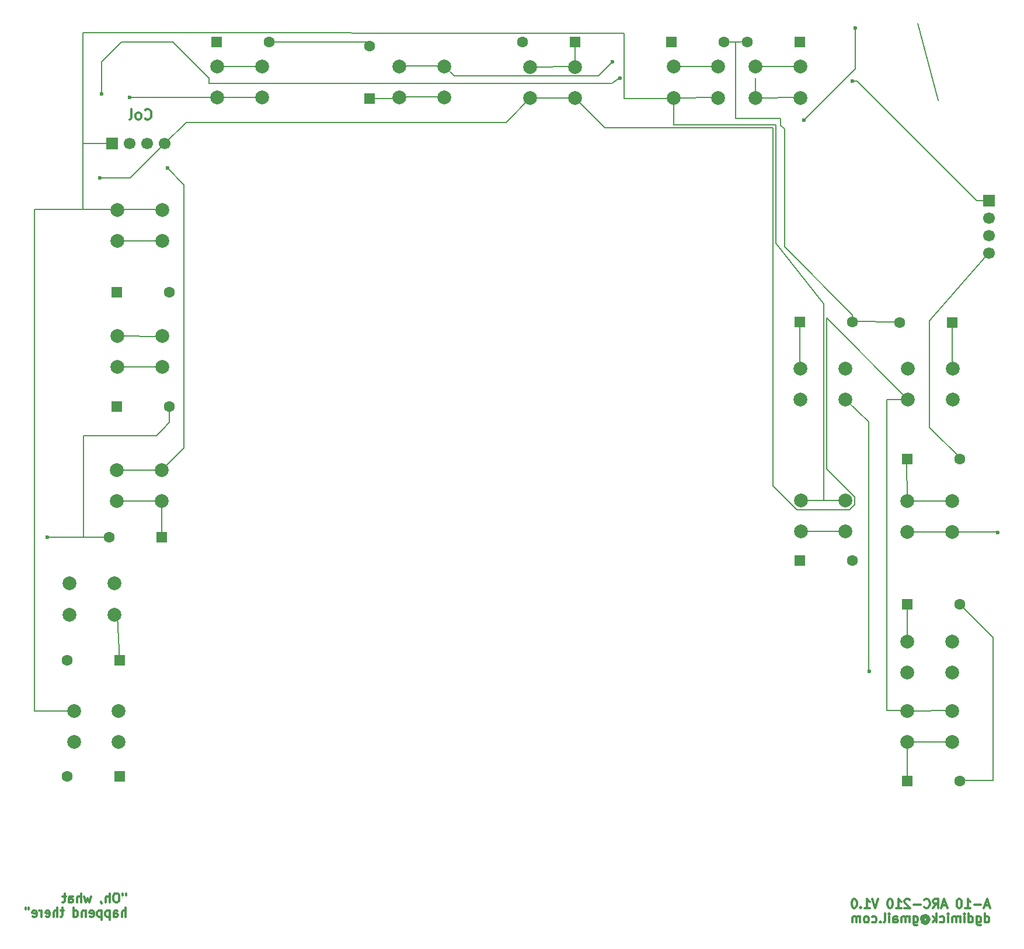
<source format=gbr>
%TF.GenerationSoftware,KiCad,Pcbnew,9.0.3*%
%TF.CreationDate,2025-07-23T10:01:10-06:00*%
%TF.ProjectId,ARC-210-Master-Board,4152432d-3231-4302-9d4d-61737465722d,rev?*%
%TF.SameCoordinates,Original*%
%TF.FileFunction,Copper,L2,Bot*%
%TF.FilePolarity,Positive*%
%FSLAX46Y46*%
G04 Gerber Fmt 4.6, Leading zero omitted, Abs format (unit mm)*
G04 Created by KiCad (PCBNEW 9.0.3) date 2025-07-23 10:01:10*
%MOMM*%
%LPD*%
G01*
G04 APERTURE LIST*
G04 Aperture macros list*
%AMRoundRect*
0 Rectangle with rounded corners*
0 $1 Rounding radius*
0 $2 $3 $4 $5 $6 $7 $8 $9 X,Y pos of 4 corners*
0 Add a 4 corners polygon primitive as box body*
4,1,4,$2,$3,$4,$5,$6,$7,$8,$9,$2,$3,0*
0 Add four circle primitives for the rounded corners*
1,1,$1+$1,$2,$3*
1,1,$1+$1,$4,$5*
1,1,$1+$1,$6,$7*
1,1,$1+$1,$8,$9*
0 Add four rect primitives between the rounded corners*
20,1,$1+$1,$2,$3,$4,$5,0*
20,1,$1+$1,$4,$5,$6,$7,0*
20,1,$1+$1,$6,$7,$8,$9,0*
20,1,$1+$1,$8,$9,$2,$3,0*%
G04 Aperture macros list end*
%ADD10C,0.300000*%
%TA.AperFunction,NonConductor*%
%ADD11C,0.300000*%
%TD*%
%TA.AperFunction,Conductor*%
%ADD12C,0.200000*%
%TD*%
%TA.AperFunction,NonConductor*%
%ADD13C,0.200000*%
%TD*%
%TA.AperFunction,ComponentPad*%
%ADD14C,2.000000*%
%TD*%
%TA.AperFunction,ComponentPad*%
%ADD15RoundRect,0.250000X-0.550000X-0.550000X0.550000X-0.550000X0.550000X0.550000X-0.550000X0.550000X0*%
%TD*%
%TA.AperFunction,ComponentPad*%
%ADD16C,1.600000*%
%TD*%
%TA.AperFunction,ComponentPad*%
%ADD17R,1.700000X1.700000*%
%TD*%
%TA.AperFunction,ComponentPad*%
%ADD18C,1.700000*%
%TD*%
%TA.AperFunction,ComponentPad*%
%ADD19RoundRect,0.250000X0.550000X0.550000X-0.550000X0.550000X-0.550000X-0.550000X0.550000X-0.550000X0*%
%TD*%
%TA.AperFunction,ComponentPad*%
%ADD20RoundRect,0.250000X0.550000X-0.550000X0.550000X0.550000X-0.550000X0.550000X-0.550000X-0.550000X0*%
%TD*%
%TA.AperFunction,ViaPad*%
%ADD21C,0.600000*%
%TD*%
G04 APERTURE END LIST*
D10*
D11*
X89055012Y-155152377D02*
X89055012Y-155399996D01*
X88559774Y-155152377D02*
X88559774Y-155399996D01*
X87755013Y-155152377D02*
X87507394Y-155152377D01*
X87507394Y-155152377D02*
X87383584Y-155214282D01*
X87383584Y-155214282D02*
X87259775Y-155338092D01*
X87259775Y-155338092D02*
X87197870Y-155585711D01*
X87197870Y-155585711D02*
X87197870Y-156019044D01*
X87197870Y-156019044D02*
X87259775Y-156266663D01*
X87259775Y-156266663D02*
X87383584Y-156390473D01*
X87383584Y-156390473D02*
X87507394Y-156452377D01*
X87507394Y-156452377D02*
X87755013Y-156452377D01*
X87755013Y-156452377D02*
X87878822Y-156390473D01*
X87878822Y-156390473D02*
X88002632Y-156266663D01*
X88002632Y-156266663D02*
X88064536Y-156019044D01*
X88064536Y-156019044D02*
X88064536Y-155585711D01*
X88064536Y-155585711D02*
X88002632Y-155338092D01*
X88002632Y-155338092D02*
X87878822Y-155214282D01*
X87878822Y-155214282D02*
X87755013Y-155152377D01*
X86640727Y-156452377D02*
X86640727Y-155152377D01*
X86083584Y-156452377D02*
X86083584Y-155771425D01*
X86083584Y-155771425D02*
X86145489Y-155647615D01*
X86145489Y-155647615D02*
X86269298Y-155585711D01*
X86269298Y-155585711D02*
X86455012Y-155585711D01*
X86455012Y-155585711D02*
X86578822Y-155647615D01*
X86578822Y-155647615D02*
X86640727Y-155709520D01*
X85402632Y-156390473D02*
X85402632Y-156452377D01*
X85402632Y-156452377D02*
X85464537Y-156576187D01*
X85464537Y-156576187D02*
X85526441Y-156638092D01*
X83978822Y-155585711D02*
X83731203Y-156452377D01*
X83731203Y-156452377D02*
X83483584Y-155833330D01*
X83483584Y-155833330D02*
X83235965Y-156452377D01*
X83235965Y-156452377D02*
X82988346Y-155585711D01*
X82493108Y-156452377D02*
X82493108Y-155152377D01*
X81935965Y-156452377D02*
X81935965Y-155771425D01*
X81935965Y-155771425D02*
X81997870Y-155647615D01*
X81997870Y-155647615D02*
X82121679Y-155585711D01*
X82121679Y-155585711D02*
X82307393Y-155585711D01*
X82307393Y-155585711D02*
X82431203Y-155647615D01*
X82431203Y-155647615D02*
X82493108Y-155709520D01*
X80759775Y-156452377D02*
X80759775Y-155771425D01*
X80759775Y-155771425D02*
X80821680Y-155647615D01*
X80821680Y-155647615D02*
X80945489Y-155585711D01*
X80945489Y-155585711D02*
X81193108Y-155585711D01*
X81193108Y-155585711D02*
X81316918Y-155647615D01*
X80759775Y-156390473D02*
X80883584Y-156452377D01*
X80883584Y-156452377D02*
X81193108Y-156452377D01*
X81193108Y-156452377D02*
X81316918Y-156390473D01*
X81316918Y-156390473D02*
X81378822Y-156266663D01*
X81378822Y-156266663D02*
X81378822Y-156142853D01*
X81378822Y-156142853D02*
X81316918Y-156019044D01*
X81316918Y-156019044D02*
X81193108Y-155957139D01*
X81193108Y-155957139D02*
X80883584Y-155957139D01*
X80883584Y-155957139D02*
X80759775Y-155895234D01*
X80326442Y-155585711D02*
X79831204Y-155585711D01*
X80140728Y-155152377D02*
X80140728Y-156266663D01*
X80140728Y-156266663D02*
X80078823Y-156390473D01*
X80078823Y-156390473D02*
X79955013Y-156452377D01*
X79955013Y-156452377D02*
X79831204Y-156452377D01*
X88993108Y-158545304D02*
X88993108Y-157245304D01*
X88435965Y-158545304D02*
X88435965Y-157864352D01*
X88435965Y-157864352D02*
X88497870Y-157740542D01*
X88497870Y-157740542D02*
X88621679Y-157678638D01*
X88621679Y-157678638D02*
X88807393Y-157678638D01*
X88807393Y-157678638D02*
X88931203Y-157740542D01*
X88931203Y-157740542D02*
X88993108Y-157802447D01*
X87259775Y-158545304D02*
X87259775Y-157864352D01*
X87259775Y-157864352D02*
X87321680Y-157740542D01*
X87321680Y-157740542D02*
X87445489Y-157678638D01*
X87445489Y-157678638D02*
X87693108Y-157678638D01*
X87693108Y-157678638D02*
X87816918Y-157740542D01*
X87259775Y-158483400D02*
X87383584Y-158545304D01*
X87383584Y-158545304D02*
X87693108Y-158545304D01*
X87693108Y-158545304D02*
X87816918Y-158483400D01*
X87816918Y-158483400D02*
X87878822Y-158359590D01*
X87878822Y-158359590D02*
X87878822Y-158235780D01*
X87878822Y-158235780D02*
X87816918Y-158111971D01*
X87816918Y-158111971D02*
X87693108Y-158050066D01*
X87693108Y-158050066D02*
X87383584Y-158050066D01*
X87383584Y-158050066D02*
X87259775Y-157988161D01*
X86640728Y-157678638D02*
X86640728Y-158978638D01*
X86640728Y-157740542D02*
X86516918Y-157678638D01*
X86516918Y-157678638D02*
X86269299Y-157678638D01*
X86269299Y-157678638D02*
X86145490Y-157740542D01*
X86145490Y-157740542D02*
X86083585Y-157802447D01*
X86083585Y-157802447D02*
X86021680Y-157926257D01*
X86021680Y-157926257D02*
X86021680Y-158297685D01*
X86021680Y-158297685D02*
X86083585Y-158421495D01*
X86083585Y-158421495D02*
X86145490Y-158483400D01*
X86145490Y-158483400D02*
X86269299Y-158545304D01*
X86269299Y-158545304D02*
X86516918Y-158545304D01*
X86516918Y-158545304D02*
X86640728Y-158483400D01*
X85464538Y-157678638D02*
X85464538Y-158978638D01*
X85464538Y-157740542D02*
X85340728Y-157678638D01*
X85340728Y-157678638D02*
X85093109Y-157678638D01*
X85093109Y-157678638D02*
X84969300Y-157740542D01*
X84969300Y-157740542D02*
X84907395Y-157802447D01*
X84907395Y-157802447D02*
X84845490Y-157926257D01*
X84845490Y-157926257D02*
X84845490Y-158297685D01*
X84845490Y-158297685D02*
X84907395Y-158421495D01*
X84907395Y-158421495D02*
X84969300Y-158483400D01*
X84969300Y-158483400D02*
X85093109Y-158545304D01*
X85093109Y-158545304D02*
X85340728Y-158545304D01*
X85340728Y-158545304D02*
X85464538Y-158483400D01*
X83793110Y-158483400D02*
X83916919Y-158545304D01*
X83916919Y-158545304D02*
X84164538Y-158545304D01*
X84164538Y-158545304D02*
X84288348Y-158483400D01*
X84288348Y-158483400D02*
X84350252Y-158359590D01*
X84350252Y-158359590D02*
X84350252Y-157864352D01*
X84350252Y-157864352D02*
X84288348Y-157740542D01*
X84288348Y-157740542D02*
X84164538Y-157678638D01*
X84164538Y-157678638D02*
X83916919Y-157678638D01*
X83916919Y-157678638D02*
X83793110Y-157740542D01*
X83793110Y-157740542D02*
X83731205Y-157864352D01*
X83731205Y-157864352D02*
X83731205Y-157988161D01*
X83731205Y-157988161D02*
X84350252Y-158111971D01*
X83174062Y-157678638D02*
X83174062Y-158545304D01*
X83174062Y-157802447D02*
X83112157Y-157740542D01*
X83112157Y-157740542D02*
X82988347Y-157678638D01*
X82988347Y-157678638D02*
X82802633Y-157678638D01*
X82802633Y-157678638D02*
X82678824Y-157740542D01*
X82678824Y-157740542D02*
X82616919Y-157864352D01*
X82616919Y-157864352D02*
X82616919Y-158545304D01*
X81440729Y-158545304D02*
X81440729Y-157245304D01*
X81440729Y-158483400D02*
X81564538Y-158545304D01*
X81564538Y-158545304D02*
X81812157Y-158545304D01*
X81812157Y-158545304D02*
X81935967Y-158483400D01*
X81935967Y-158483400D02*
X81997872Y-158421495D01*
X81997872Y-158421495D02*
X82059776Y-158297685D01*
X82059776Y-158297685D02*
X82059776Y-157926257D01*
X82059776Y-157926257D02*
X81997872Y-157802447D01*
X81997872Y-157802447D02*
X81935967Y-157740542D01*
X81935967Y-157740542D02*
X81812157Y-157678638D01*
X81812157Y-157678638D02*
X81564538Y-157678638D01*
X81564538Y-157678638D02*
X81440729Y-157740542D01*
X80016920Y-157678638D02*
X79521682Y-157678638D01*
X79831206Y-157245304D02*
X79831206Y-158359590D01*
X79831206Y-158359590D02*
X79769301Y-158483400D01*
X79769301Y-158483400D02*
X79645491Y-158545304D01*
X79645491Y-158545304D02*
X79521682Y-158545304D01*
X79088349Y-158545304D02*
X79088349Y-157245304D01*
X78531206Y-158545304D02*
X78531206Y-157864352D01*
X78531206Y-157864352D02*
X78593111Y-157740542D01*
X78593111Y-157740542D02*
X78716920Y-157678638D01*
X78716920Y-157678638D02*
X78902634Y-157678638D01*
X78902634Y-157678638D02*
X79026444Y-157740542D01*
X79026444Y-157740542D02*
X79088349Y-157802447D01*
X77416921Y-158483400D02*
X77540730Y-158545304D01*
X77540730Y-158545304D02*
X77788349Y-158545304D01*
X77788349Y-158545304D02*
X77912159Y-158483400D01*
X77912159Y-158483400D02*
X77974063Y-158359590D01*
X77974063Y-158359590D02*
X77974063Y-157864352D01*
X77974063Y-157864352D02*
X77912159Y-157740542D01*
X77912159Y-157740542D02*
X77788349Y-157678638D01*
X77788349Y-157678638D02*
X77540730Y-157678638D01*
X77540730Y-157678638D02*
X77416921Y-157740542D01*
X77416921Y-157740542D02*
X77355016Y-157864352D01*
X77355016Y-157864352D02*
X77355016Y-157988161D01*
X77355016Y-157988161D02*
X77974063Y-158111971D01*
X76797873Y-158545304D02*
X76797873Y-157678638D01*
X76797873Y-157926257D02*
X76735968Y-157802447D01*
X76735968Y-157802447D02*
X76674063Y-157740542D01*
X76674063Y-157740542D02*
X76550254Y-157678638D01*
X76550254Y-157678638D02*
X76426444Y-157678638D01*
X75497873Y-158483400D02*
X75621682Y-158545304D01*
X75621682Y-158545304D02*
X75869301Y-158545304D01*
X75869301Y-158545304D02*
X75993111Y-158483400D01*
X75993111Y-158483400D02*
X76055015Y-158359590D01*
X76055015Y-158359590D02*
X76055015Y-157864352D01*
X76055015Y-157864352D02*
X75993111Y-157740542D01*
X75993111Y-157740542D02*
X75869301Y-157678638D01*
X75869301Y-157678638D02*
X75621682Y-157678638D01*
X75621682Y-157678638D02*
X75497873Y-157740542D01*
X75497873Y-157740542D02*
X75435968Y-157864352D01*
X75435968Y-157864352D02*
X75435968Y-157988161D01*
X75435968Y-157988161D02*
X76055015Y-158111971D01*
X74940729Y-157245304D02*
X74940729Y-157492923D01*
X74445491Y-157245304D02*
X74445491Y-157492923D01*
D12*
%TO.N,Net-(D3-K)*%
X94210000Y-98200000D02*
X87790000Y-98200000D01*
%TO.N,Net-(D13-A)*%
X210290000Y-92220000D02*
X205530000Y-87570000D01*
%TO.N,Net-(J2-Pin_4)*%
X208960000Y-128640000D02*
X202580000Y-128650000D01*
%TO.N,Net-(J2-Pin_1)*%
X84880000Y-46340000D02*
X86990000Y-46340000D01*
%TO.N,Net-(D8-K)*%
X154150000Y-35100000D02*
X147670000Y-35190000D01*
%TO.N,Net-(D1-A)*%
X212376292Y-54570000D02*
X214130000Y-54600000D01*
X159450000Y-37610000D02*
X160460000Y-36920000D01*
%TO.N,Net-(J2-Pin_3)*%
X94190000Y-93690000D02*
X87810000Y-93690000D01*
%TO.N,Net-(J2-Pin_1)*%
X161290000Y-39800000D02*
X161290000Y-30309474D01*
%TO.N,Net-(D13-K)*%
X193390000Y-102650000D02*
X186860000Y-102650000D01*
%TO.N,Net-(D9-K)*%
X174970000Y-35150000D02*
X168440000Y-35170000D01*
%TO.N,Net-(D7-K)*%
X129190000Y-39545000D02*
X135540000Y-39520000D01*
%TO.N,Net-(J2-Pin_1)*%
X81510000Y-128660000D02*
X75790000Y-128680000D01*
X161290000Y-30309474D02*
X82760000Y-30260000D01*
%TO.N,Net-(D13-A)*%
X205530000Y-87570000D02*
X205530000Y-72147637D01*
X209930000Y-138800000D02*
X214780000Y-138800000D01*
%TO.N,Net-(D2-K)*%
X88120000Y-121340000D02*
X87740000Y-115000000D01*
%TO.N,Net-(J2-Pin_1)*%
X82760000Y-30260000D02*
X82760000Y-55840000D01*
%TO.N,Net-(D1-A)*%
X101040000Y-37620000D02*
X101040000Y-36810000D01*
%TO.N,Net-(J2-Pin_4)*%
X199380000Y-108460000D02*
X199400000Y-121090000D01*
%TO.N,Net-(D10-A)*%
X177410000Y-31610000D02*
X175670000Y-31610000D01*
%TO.N,Net-(D3-K)*%
X94180000Y-103420000D02*
X94180000Y-98199914D01*
%TO.N,Net-(J2-Pin_1)*%
X183300000Y-60820000D02*
X183300000Y-43579896D01*
X75790000Y-128680000D02*
X75770000Y-55870000D01*
X174960000Y-39650000D02*
X168400000Y-39680000D01*
%TO.N,Net-(J2-Pin_4)*%
X154110000Y-39660000D02*
X147470000Y-39660000D01*
%TO.N,Net-(D7-K)*%
X124380000Y-39770000D02*
X128740000Y-39770000D01*
%TO.N,Net-(J2-Pin_4)*%
X87770000Y-74270000D02*
X94300000Y-74360000D01*
%TO.N,Net-(J2-Pin_1)*%
X193388006Y-98150009D02*
X186990000Y-98150009D01*
%TO.N,Net-(D16-K)*%
X202350000Y-138850000D02*
X202350000Y-133159289D01*
%TO.N,Net-(J2-Pin_1)*%
X168460000Y-39750000D02*
X168460000Y-43587380D01*
X86990000Y-46340000D02*
X82770000Y-46340000D01*
%TO.N,Net-(D5-K)*%
X94260000Y-60420000D02*
X87790000Y-60420000D01*
%TO.N,Net-(J2-Pin_4)*%
X199380000Y-121090524D02*
X199380000Y-123890017D01*
%TO.N,Net-(D10-A)*%
X179130000Y-31530000D02*
X177410000Y-31610000D01*
%TO.N,Net-(J2-Pin_1)*%
X190189003Y-98150009D02*
X190189003Y-69594489D01*
%TO.N,Net-(D14-K)*%
X202260000Y-92160000D02*
X202350000Y-98200000D01*
%TO.N,Net-(D13-A)*%
X205570000Y-72020000D02*
X213640000Y-62700000D01*
%TO.N,Net-(D15-K)*%
X202300000Y-113160000D02*
X202300000Y-118712602D01*
%TO.N,Net-(J2-Pin_4)*%
X199370000Y-108430000D02*
X199370000Y-105350000D01*
X199380000Y-123880000D02*
X199380000Y-128590000D01*
%TO.N,Net-(D14-K)*%
X209040000Y-98180000D02*
X202490000Y-98210000D01*
%TO.N,Net-(J2-Pin_1)*%
X190189003Y-69594489D02*
X183300000Y-60820000D01*
%TO.N,Net-(J2-Pin_3)*%
X193330000Y-83470000D02*
X196720000Y-86650000D01*
%TO.N,Net-(D4-K)*%
X94270000Y-78770000D02*
X87820000Y-78770000D01*
%TO.N,Net-(D11-K)*%
X186790000Y-72240000D02*
X186790000Y-79160585D01*
%TO.N,Net-(J2-Pin_2)*%
X180330000Y-39510000D02*
X180330000Y-36819833D01*
%TO.N,Net-(J2-Pin_4)*%
X199380000Y-128590000D02*
X201610000Y-128590000D01*
%TO.N,Net-(J2-Pin_1)*%
X183300000Y-43579896D02*
X168460000Y-43587380D01*
%TO.N,Net-(J2-Pin_4)*%
X199370000Y-105350000D02*
X199370000Y-83510000D01*
%TO.N,Net-(J2-Pin_1)*%
X168460000Y-39750000D02*
X161289826Y-39750000D01*
X94300000Y-55870000D02*
X87770000Y-55830000D01*
%TO.N,Net-(D16-K)*%
X208830000Y-133150000D02*
X202260000Y-133160000D01*
%TO.N,Net-(D10-A)*%
X201240000Y-72230000D02*
X194340000Y-72160000D01*
%TO.N,Net-(J2-Pin_4)*%
X202490000Y-83510000D02*
X199380000Y-83510000D01*
%TO.N,Net-(J2-Pin_2)*%
X209090000Y-102710000D02*
X202770000Y-102680000D01*
%TO.N,Net-(J2-Pin_1)*%
X75770000Y-55870000D02*
X88180000Y-55870000D01*
%TO.N,Net-(D10-A)*%
X177410000Y-31610000D02*
X177410000Y-42630000D01*
%TO.N,Net-(D6-K)*%
X102250000Y-35120000D02*
X108840000Y-35120000D01*
%TO.N,Net-(D10-K)*%
X186850000Y-35150000D02*
X180310000Y-35160000D01*
D13*
X203850000Y-28850000D02*
X206790000Y-40070000D01*
D12*
%TO.N,Net-(J2-Pin_3)*%
X128680000Y-35045000D02*
X135270000Y-35045000D01*
%TO.N,Net-(J2-Pin_2)*%
X186790000Y-39650000D02*
X180290000Y-39670000D01*
D10*
D11*
X91798346Y-42667971D02*
X91869774Y-42739400D01*
X91869774Y-42739400D02*
X92084060Y-42810828D01*
X92084060Y-42810828D02*
X92226917Y-42810828D01*
X92226917Y-42810828D02*
X92441203Y-42739400D01*
X92441203Y-42739400D02*
X92584060Y-42596542D01*
X92584060Y-42596542D02*
X92655489Y-42453685D01*
X92655489Y-42453685D02*
X92726917Y-42167971D01*
X92726917Y-42167971D02*
X92726917Y-41953685D01*
X92726917Y-41953685D02*
X92655489Y-41667971D01*
X92655489Y-41667971D02*
X92584060Y-41525114D01*
X92584060Y-41525114D02*
X92441203Y-41382257D01*
X92441203Y-41382257D02*
X92226917Y-41310828D01*
X92226917Y-41310828D02*
X92084060Y-41310828D01*
X92084060Y-41310828D02*
X91869774Y-41382257D01*
X91869774Y-41382257D02*
X91798346Y-41453685D01*
X90941203Y-42810828D02*
X91084060Y-42739400D01*
X91084060Y-42739400D02*
X91155489Y-42667971D01*
X91155489Y-42667971D02*
X91226917Y-42525114D01*
X91226917Y-42525114D02*
X91226917Y-42096542D01*
X91226917Y-42096542D02*
X91155489Y-41953685D01*
X91155489Y-41953685D02*
X91084060Y-41882257D01*
X91084060Y-41882257D02*
X90941203Y-41810828D01*
X90941203Y-41810828D02*
X90726917Y-41810828D01*
X90726917Y-41810828D02*
X90584060Y-41882257D01*
X90584060Y-41882257D02*
X90512632Y-41953685D01*
X90512632Y-41953685D02*
X90441203Y-42096542D01*
X90441203Y-42096542D02*
X90441203Y-42525114D01*
X90441203Y-42525114D02*
X90512632Y-42667971D01*
X90512632Y-42667971D02*
X90584060Y-42739400D01*
X90584060Y-42739400D02*
X90726917Y-42810828D01*
X90726917Y-42810828D02*
X90941203Y-42810828D01*
X89584060Y-42810828D02*
X89726917Y-42739400D01*
X89726917Y-42739400D02*
X89798346Y-42596542D01*
X89798346Y-42596542D02*
X89798346Y-41310828D01*
D10*
D11*
X214205012Y-156900949D02*
X213585965Y-156900949D01*
X214328822Y-157272377D02*
X213895489Y-155972377D01*
X213895489Y-155972377D02*
X213462155Y-157272377D01*
X213028822Y-156777139D02*
X212038346Y-156777139D01*
X210738345Y-157272377D02*
X211481202Y-157272377D01*
X211109774Y-157272377D02*
X211109774Y-155972377D01*
X211109774Y-155972377D02*
X211233583Y-156158092D01*
X211233583Y-156158092D02*
X211357393Y-156281901D01*
X211357393Y-156281901D02*
X211481202Y-156343806D01*
X209933584Y-155972377D02*
X209809774Y-155972377D01*
X209809774Y-155972377D02*
X209685965Y-156034282D01*
X209685965Y-156034282D02*
X209624060Y-156096187D01*
X209624060Y-156096187D02*
X209562155Y-156219996D01*
X209562155Y-156219996D02*
X209500250Y-156467615D01*
X209500250Y-156467615D02*
X209500250Y-156777139D01*
X209500250Y-156777139D02*
X209562155Y-157024758D01*
X209562155Y-157024758D02*
X209624060Y-157148568D01*
X209624060Y-157148568D02*
X209685965Y-157210473D01*
X209685965Y-157210473D02*
X209809774Y-157272377D01*
X209809774Y-157272377D02*
X209933584Y-157272377D01*
X209933584Y-157272377D02*
X210057393Y-157210473D01*
X210057393Y-157210473D02*
X210119298Y-157148568D01*
X210119298Y-157148568D02*
X210181203Y-157024758D01*
X210181203Y-157024758D02*
X210243107Y-156777139D01*
X210243107Y-156777139D02*
X210243107Y-156467615D01*
X210243107Y-156467615D02*
X210181203Y-156219996D01*
X210181203Y-156219996D02*
X210119298Y-156096187D01*
X210119298Y-156096187D02*
X210057393Y-156034282D01*
X210057393Y-156034282D02*
X209933584Y-155972377D01*
X208014536Y-156900949D02*
X207395489Y-156900949D01*
X208138346Y-157272377D02*
X207705013Y-155972377D01*
X207705013Y-155972377D02*
X207271679Y-157272377D01*
X206095489Y-157272377D02*
X206528822Y-156653330D01*
X206838346Y-157272377D02*
X206838346Y-155972377D01*
X206838346Y-155972377D02*
X206343108Y-155972377D01*
X206343108Y-155972377D02*
X206219298Y-156034282D01*
X206219298Y-156034282D02*
X206157393Y-156096187D01*
X206157393Y-156096187D02*
X206095489Y-156219996D01*
X206095489Y-156219996D02*
X206095489Y-156405711D01*
X206095489Y-156405711D02*
X206157393Y-156529520D01*
X206157393Y-156529520D02*
X206219298Y-156591425D01*
X206219298Y-156591425D02*
X206343108Y-156653330D01*
X206343108Y-156653330D02*
X206838346Y-156653330D01*
X204795489Y-157148568D02*
X204857393Y-157210473D01*
X204857393Y-157210473D02*
X205043108Y-157272377D01*
X205043108Y-157272377D02*
X205166917Y-157272377D01*
X205166917Y-157272377D02*
X205352631Y-157210473D01*
X205352631Y-157210473D02*
X205476441Y-157086663D01*
X205476441Y-157086663D02*
X205538346Y-156962853D01*
X205538346Y-156962853D02*
X205600250Y-156715234D01*
X205600250Y-156715234D02*
X205600250Y-156529520D01*
X205600250Y-156529520D02*
X205538346Y-156281901D01*
X205538346Y-156281901D02*
X205476441Y-156158092D01*
X205476441Y-156158092D02*
X205352631Y-156034282D01*
X205352631Y-156034282D02*
X205166917Y-155972377D01*
X205166917Y-155972377D02*
X205043108Y-155972377D01*
X205043108Y-155972377D02*
X204857393Y-156034282D01*
X204857393Y-156034282D02*
X204795489Y-156096187D01*
X204238346Y-156777139D02*
X203247870Y-156777139D01*
X202690726Y-156096187D02*
X202628822Y-156034282D01*
X202628822Y-156034282D02*
X202505012Y-155972377D01*
X202505012Y-155972377D02*
X202195488Y-155972377D01*
X202195488Y-155972377D02*
X202071679Y-156034282D01*
X202071679Y-156034282D02*
X202009774Y-156096187D01*
X202009774Y-156096187D02*
X201947869Y-156219996D01*
X201947869Y-156219996D02*
X201947869Y-156343806D01*
X201947869Y-156343806D02*
X202009774Y-156529520D01*
X202009774Y-156529520D02*
X202752631Y-157272377D01*
X202752631Y-157272377D02*
X201947869Y-157272377D01*
X200709774Y-157272377D02*
X201452631Y-157272377D01*
X201081203Y-157272377D02*
X201081203Y-155972377D01*
X201081203Y-155972377D02*
X201205012Y-156158092D01*
X201205012Y-156158092D02*
X201328822Y-156281901D01*
X201328822Y-156281901D02*
X201452631Y-156343806D01*
X199905013Y-155972377D02*
X199781203Y-155972377D01*
X199781203Y-155972377D02*
X199657394Y-156034282D01*
X199657394Y-156034282D02*
X199595489Y-156096187D01*
X199595489Y-156096187D02*
X199533584Y-156219996D01*
X199533584Y-156219996D02*
X199471679Y-156467615D01*
X199471679Y-156467615D02*
X199471679Y-156777139D01*
X199471679Y-156777139D02*
X199533584Y-157024758D01*
X199533584Y-157024758D02*
X199595489Y-157148568D01*
X199595489Y-157148568D02*
X199657394Y-157210473D01*
X199657394Y-157210473D02*
X199781203Y-157272377D01*
X199781203Y-157272377D02*
X199905013Y-157272377D01*
X199905013Y-157272377D02*
X200028822Y-157210473D01*
X200028822Y-157210473D02*
X200090727Y-157148568D01*
X200090727Y-157148568D02*
X200152632Y-157024758D01*
X200152632Y-157024758D02*
X200214536Y-156777139D01*
X200214536Y-156777139D02*
X200214536Y-156467615D01*
X200214536Y-156467615D02*
X200152632Y-156219996D01*
X200152632Y-156219996D02*
X200090727Y-156096187D01*
X200090727Y-156096187D02*
X200028822Y-156034282D01*
X200028822Y-156034282D02*
X199905013Y-155972377D01*
X198109775Y-155972377D02*
X197676442Y-157272377D01*
X197676442Y-157272377D02*
X197243108Y-155972377D01*
X196128822Y-157272377D02*
X196871679Y-157272377D01*
X196500251Y-157272377D02*
X196500251Y-155972377D01*
X196500251Y-155972377D02*
X196624060Y-156158092D01*
X196624060Y-156158092D02*
X196747870Y-156281901D01*
X196747870Y-156281901D02*
X196871679Y-156343806D01*
X195571680Y-157148568D02*
X195509775Y-157210473D01*
X195509775Y-157210473D02*
X195571680Y-157272377D01*
X195571680Y-157272377D02*
X195633584Y-157210473D01*
X195633584Y-157210473D02*
X195571680Y-157148568D01*
X195571680Y-157148568D02*
X195571680Y-157272377D01*
X194705013Y-155972377D02*
X194581203Y-155972377D01*
X194581203Y-155972377D02*
X194457394Y-156034282D01*
X194457394Y-156034282D02*
X194395489Y-156096187D01*
X194395489Y-156096187D02*
X194333584Y-156219996D01*
X194333584Y-156219996D02*
X194271679Y-156467615D01*
X194271679Y-156467615D02*
X194271679Y-156777139D01*
X194271679Y-156777139D02*
X194333584Y-157024758D01*
X194333584Y-157024758D02*
X194395489Y-157148568D01*
X194395489Y-157148568D02*
X194457394Y-157210473D01*
X194457394Y-157210473D02*
X194581203Y-157272377D01*
X194581203Y-157272377D02*
X194705013Y-157272377D01*
X194705013Y-157272377D02*
X194828822Y-157210473D01*
X194828822Y-157210473D02*
X194890727Y-157148568D01*
X194890727Y-157148568D02*
X194952632Y-157024758D01*
X194952632Y-157024758D02*
X195014536Y-156777139D01*
X195014536Y-156777139D02*
X195014536Y-156467615D01*
X195014536Y-156467615D02*
X194952632Y-156219996D01*
X194952632Y-156219996D02*
X194890727Y-156096187D01*
X194890727Y-156096187D02*
X194828822Y-156034282D01*
X194828822Y-156034282D02*
X194705013Y-155972377D01*
X213585965Y-159365304D02*
X213585965Y-158065304D01*
X213585965Y-159303400D02*
X213709774Y-159365304D01*
X213709774Y-159365304D02*
X213957393Y-159365304D01*
X213957393Y-159365304D02*
X214081203Y-159303400D01*
X214081203Y-159303400D02*
X214143108Y-159241495D01*
X214143108Y-159241495D02*
X214205012Y-159117685D01*
X214205012Y-159117685D02*
X214205012Y-158746257D01*
X214205012Y-158746257D02*
X214143108Y-158622447D01*
X214143108Y-158622447D02*
X214081203Y-158560542D01*
X214081203Y-158560542D02*
X213957393Y-158498638D01*
X213957393Y-158498638D02*
X213709774Y-158498638D01*
X213709774Y-158498638D02*
X213585965Y-158560542D01*
X212409775Y-158498638D02*
X212409775Y-159551019D01*
X212409775Y-159551019D02*
X212471680Y-159674828D01*
X212471680Y-159674828D02*
X212533584Y-159736733D01*
X212533584Y-159736733D02*
X212657394Y-159798638D01*
X212657394Y-159798638D02*
X212843108Y-159798638D01*
X212843108Y-159798638D02*
X212966918Y-159736733D01*
X212409775Y-159303400D02*
X212533584Y-159365304D01*
X212533584Y-159365304D02*
X212781203Y-159365304D01*
X212781203Y-159365304D02*
X212905013Y-159303400D01*
X212905013Y-159303400D02*
X212966918Y-159241495D01*
X212966918Y-159241495D02*
X213028822Y-159117685D01*
X213028822Y-159117685D02*
X213028822Y-158746257D01*
X213028822Y-158746257D02*
X212966918Y-158622447D01*
X212966918Y-158622447D02*
X212905013Y-158560542D01*
X212905013Y-158560542D02*
X212781203Y-158498638D01*
X212781203Y-158498638D02*
X212533584Y-158498638D01*
X212533584Y-158498638D02*
X212409775Y-158560542D01*
X211233585Y-159365304D02*
X211233585Y-158065304D01*
X211233585Y-159303400D02*
X211357394Y-159365304D01*
X211357394Y-159365304D02*
X211605013Y-159365304D01*
X211605013Y-159365304D02*
X211728823Y-159303400D01*
X211728823Y-159303400D02*
X211790728Y-159241495D01*
X211790728Y-159241495D02*
X211852632Y-159117685D01*
X211852632Y-159117685D02*
X211852632Y-158746257D01*
X211852632Y-158746257D02*
X211790728Y-158622447D01*
X211790728Y-158622447D02*
X211728823Y-158560542D01*
X211728823Y-158560542D02*
X211605013Y-158498638D01*
X211605013Y-158498638D02*
X211357394Y-158498638D01*
X211357394Y-158498638D02*
X211233585Y-158560542D01*
X210614538Y-159365304D02*
X210614538Y-158498638D01*
X210614538Y-158065304D02*
X210676442Y-158127209D01*
X210676442Y-158127209D02*
X210614538Y-158189114D01*
X210614538Y-158189114D02*
X210552633Y-158127209D01*
X210552633Y-158127209D02*
X210614538Y-158065304D01*
X210614538Y-158065304D02*
X210614538Y-158189114D01*
X209995490Y-159365304D02*
X209995490Y-158498638D01*
X209995490Y-158622447D02*
X209933585Y-158560542D01*
X209933585Y-158560542D02*
X209809775Y-158498638D01*
X209809775Y-158498638D02*
X209624061Y-158498638D01*
X209624061Y-158498638D02*
X209500252Y-158560542D01*
X209500252Y-158560542D02*
X209438347Y-158684352D01*
X209438347Y-158684352D02*
X209438347Y-159365304D01*
X209438347Y-158684352D02*
X209376442Y-158560542D01*
X209376442Y-158560542D02*
X209252633Y-158498638D01*
X209252633Y-158498638D02*
X209066918Y-158498638D01*
X209066918Y-158498638D02*
X208943109Y-158560542D01*
X208943109Y-158560542D02*
X208881204Y-158684352D01*
X208881204Y-158684352D02*
X208881204Y-159365304D01*
X208262157Y-159365304D02*
X208262157Y-158498638D01*
X208262157Y-158065304D02*
X208324061Y-158127209D01*
X208324061Y-158127209D02*
X208262157Y-158189114D01*
X208262157Y-158189114D02*
X208200252Y-158127209D01*
X208200252Y-158127209D02*
X208262157Y-158065304D01*
X208262157Y-158065304D02*
X208262157Y-158189114D01*
X207085966Y-159303400D02*
X207209775Y-159365304D01*
X207209775Y-159365304D02*
X207457394Y-159365304D01*
X207457394Y-159365304D02*
X207581204Y-159303400D01*
X207581204Y-159303400D02*
X207643109Y-159241495D01*
X207643109Y-159241495D02*
X207705013Y-159117685D01*
X207705013Y-159117685D02*
X207705013Y-158746257D01*
X207705013Y-158746257D02*
X207643109Y-158622447D01*
X207643109Y-158622447D02*
X207581204Y-158560542D01*
X207581204Y-158560542D02*
X207457394Y-158498638D01*
X207457394Y-158498638D02*
X207209775Y-158498638D01*
X207209775Y-158498638D02*
X207085966Y-158560542D01*
X206528823Y-159365304D02*
X206528823Y-158065304D01*
X206405013Y-158870066D02*
X206033585Y-159365304D01*
X206033585Y-158498638D02*
X206528823Y-158993876D01*
X204671680Y-158746257D02*
X204733585Y-158684352D01*
X204733585Y-158684352D02*
X204857394Y-158622447D01*
X204857394Y-158622447D02*
X204981204Y-158622447D01*
X204981204Y-158622447D02*
X205105013Y-158684352D01*
X205105013Y-158684352D02*
X205166918Y-158746257D01*
X205166918Y-158746257D02*
X205228823Y-158870066D01*
X205228823Y-158870066D02*
X205228823Y-158993876D01*
X205228823Y-158993876D02*
X205166918Y-159117685D01*
X205166918Y-159117685D02*
X205105013Y-159179590D01*
X205105013Y-159179590D02*
X204981204Y-159241495D01*
X204981204Y-159241495D02*
X204857394Y-159241495D01*
X204857394Y-159241495D02*
X204733585Y-159179590D01*
X204733585Y-159179590D02*
X204671680Y-159117685D01*
X204671680Y-158622447D02*
X204671680Y-159117685D01*
X204671680Y-159117685D02*
X204609775Y-159179590D01*
X204609775Y-159179590D02*
X204547870Y-159179590D01*
X204547870Y-159179590D02*
X204424061Y-159117685D01*
X204424061Y-159117685D02*
X204362156Y-158993876D01*
X204362156Y-158993876D02*
X204362156Y-158684352D01*
X204362156Y-158684352D02*
X204485966Y-158498638D01*
X204485966Y-158498638D02*
X204671680Y-158374828D01*
X204671680Y-158374828D02*
X204919299Y-158312923D01*
X204919299Y-158312923D02*
X205166918Y-158374828D01*
X205166918Y-158374828D02*
X205352632Y-158498638D01*
X205352632Y-158498638D02*
X205476442Y-158684352D01*
X205476442Y-158684352D02*
X205538346Y-158931971D01*
X205538346Y-158931971D02*
X205476442Y-159179590D01*
X205476442Y-159179590D02*
X205352632Y-159365304D01*
X205352632Y-159365304D02*
X205166918Y-159489114D01*
X205166918Y-159489114D02*
X204919299Y-159551019D01*
X204919299Y-159551019D02*
X204671680Y-159489114D01*
X204671680Y-159489114D02*
X204485966Y-159365304D01*
X203247870Y-158498638D02*
X203247870Y-159551019D01*
X203247870Y-159551019D02*
X203309775Y-159674828D01*
X203309775Y-159674828D02*
X203371679Y-159736733D01*
X203371679Y-159736733D02*
X203495489Y-159798638D01*
X203495489Y-159798638D02*
X203681203Y-159798638D01*
X203681203Y-159798638D02*
X203805013Y-159736733D01*
X203247870Y-159303400D02*
X203371679Y-159365304D01*
X203371679Y-159365304D02*
X203619298Y-159365304D01*
X203619298Y-159365304D02*
X203743108Y-159303400D01*
X203743108Y-159303400D02*
X203805013Y-159241495D01*
X203805013Y-159241495D02*
X203866917Y-159117685D01*
X203866917Y-159117685D02*
X203866917Y-158746257D01*
X203866917Y-158746257D02*
X203805013Y-158622447D01*
X203805013Y-158622447D02*
X203743108Y-158560542D01*
X203743108Y-158560542D02*
X203619298Y-158498638D01*
X203619298Y-158498638D02*
X203371679Y-158498638D01*
X203371679Y-158498638D02*
X203247870Y-158560542D01*
X202628823Y-159365304D02*
X202628823Y-158498638D01*
X202628823Y-158622447D02*
X202566918Y-158560542D01*
X202566918Y-158560542D02*
X202443108Y-158498638D01*
X202443108Y-158498638D02*
X202257394Y-158498638D01*
X202257394Y-158498638D02*
X202133585Y-158560542D01*
X202133585Y-158560542D02*
X202071680Y-158684352D01*
X202071680Y-158684352D02*
X202071680Y-159365304D01*
X202071680Y-158684352D02*
X202009775Y-158560542D01*
X202009775Y-158560542D02*
X201885966Y-158498638D01*
X201885966Y-158498638D02*
X201700251Y-158498638D01*
X201700251Y-158498638D02*
X201576442Y-158560542D01*
X201576442Y-158560542D02*
X201514537Y-158684352D01*
X201514537Y-158684352D02*
X201514537Y-159365304D01*
X200338347Y-159365304D02*
X200338347Y-158684352D01*
X200338347Y-158684352D02*
X200400252Y-158560542D01*
X200400252Y-158560542D02*
X200524061Y-158498638D01*
X200524061Y-158498638D02*
X200771680Y-158498638D01*
X200771680Y-158498638D02*
X200895490Y-158560542D01*
X200338347Y-159303400D02*
X200462156Y-159365304D01*
X200462156Y-159365304D02*
X200771680Y-159365304D01*
X200771680Y-159365304D02*
X200895490Y-159303400D01*
X200895490Y-159303400D02*
X200957394Y-159179590D01*
X200957394Y-159179590D02*
X200957394Y-159055780D01*
X200957394Y-159055780D02*
X200895490Y-158931971D01*
X200895490Y-158931971D02*
X200771680Y-158870066D01*
X200771680Y-158870066D02*
X200462156Y-158870066D01*
X200462156Y-158870066D02*
X200338347Y-158808161D01*
X199719300Y-159365304D02*
X199719300Y-158498638D01*
X199719300Y-158065304D02*
X199781204Y-158127209D01*
X199781204Y-158127209D02*
X199719300Y-158189114D01*
X199719300Y-158189114D02*
X199657395Y-158127209D01*
X199657395Y-158127209D02*
X199719300Y-158065304D01*
X199719300Y-158065304D02*
X199719300Y-158189114D01*
X198914537Y-159365304D02*
X199038347Y-159303400D01*
X199038347Y-159303400D02*
X199100252Y-159179590D01*
X199100252Y-159179590D02*
X199100252Y-158065304D01*
X198419300Y-159241495D02*
X198357395Y-159303400D01*
X198357395Y-159303400D02*
X198419300Y-159365304D01*
X198419300Y-159365304D02*
X198481204Y-159303400D01*
X198481204Y-159303400D02*
X198419300Y-159241495D01*
X198419300Y-159241495D02*
X198419300Y-159365304D01*
X197243109Y-159303400D02*
X197366918Y-159365304D01*
X197366918Y-159365304D02*
X197614537Y-159365304D01*
X197614537Y-159365304D02*
X197738347Y-159303400D01*
X197738347Y-159303400D02*
X197800252Y-159241495D01*
X197800252Y-159241495D02*
X197862156Y-159117685D01*
X197862156Y-159117685D02*
X197862156Y-158746257D01*
X197862156Y-158746257D02*
X197800252Y-158622447D01*
X197800252Y-158622447D02*
X197738347Y-158560542D01*
X197738347Y-158560542D02*
X197614537Y-158498638D01*
X197614537Y-158498638D02*
X197366918Y-158498638D01*
X197366918Y-158498638D02*
X197243109Y-158560542D01*
X196500251Y-159365304D02*
X196624061Y-159303400D01*
X196624061Y-159303400D02*
X196685966Y-159241495D01*
X196685966Y-159241495D02*
X196747870Y-159117685D01*
X196747870Y-159117685D02*
X196747870Y-158746257D01*
X196747870Y-158746257D02*
X196685966Y-158622447D01*
X196685966Y-158622447D02*
X196624061Y-158560542D01*
X196624061Y-158560542D02*
X196500251Y-158498638D01*
X196500251Y-158498638D02*
X196314537Y-158498638D01*
X196314537Y-158498638D02*
X196190728Y-158560542D01*
X196190728Y-158560542D02*
X196128823Y-158622447D01*
X196128823Y-158622447D02*
X196066918Y-158746257D01*
X196066918Y-158746257D02*
X196066918Y-159117685D01*
X196066918Y-159117685D02*
X196128823Y-159241495D01*
X196128823Y-159241495D02*
X196190728Y-159303400D01*
X196190728Y-159303400D02*
X196314537Y-159365304D01*
X196314537Y-159365304D02*
X196500251Y-159365304D01*
X195509776Y-159365304D02*
X195509776Y-158498638D01*
X195509776Y-158622447D02*
X195447871Y-158560542D01*
X195447871Y-158560542D02*
X195324061Y-158498638D01*
X195324061Y-158498638D02*
X195138347Y-158498638D01*
X195138347Y-158498638D02*
X195014538Y-158560542D01*
X195014538Y-158560542D02*
X194952633Y-158684352D01*
X194952633Y-158684352D02*
X194952633Y-159365304D01*
X194952633Y-158684352D02*
X194890728Y-158560542D01*
X194890728Y-158560542D02*
X194766919Y-158498638D01*
X194766919Y-158498638D02*
X194581204Y-158498638D01*
X194581204Y-158498638D02*
X194457395Y-158560542D01*
X194457395Y-158560542D02*
X194395490Y-158684352D01*
X194395490Y-158684352D02*
X194395490Y-159365304D01*
%TD*%
D14*
%TO.P,SW10,1,1*%
%TO.N,Net-(D10-K)*%
X180310000Y-35160000D03*
X186810000Y-35160000D03*
%TO.P,SW10,2,2*%
%TO.N,Net-(J2-Pin_2)*%
X180310000Y-39660000D03*
X186810000Y-39660000D03*
%TD*%
%TO.P,SW14,1,1*%
%TO.N,Net-(D14-K)*%
X202350000Y-98200000D03*
X208850000Y-98200000D03*
%TO.P,SW14,2,2*%
%TO.N,Net-(J2-Pin_2)*%
X202350000Y-102700000D03*
X208850000Y-102700000D03*
%TD*%
%TO.P,SW1,1,1*%
%TO.N,Net-(D1-K)*%
X87980000Y-133190000D03*
X81480000Y-133190000D03*
%TO.P,SW1,2,2*%
%TO.N,Net-(J2-Pin_1)*%
X87980000Y-128690000D03*
X81480000Y-128690000D03*
%TD*%
%TO.P,SW2,1,1*%
%TO.N,Net-(D2-K)*%
X87350000Y-114680000D03*
X80850000Y-114680000D03*
%TO.P,SW2,2,2*%
%TO.N,Net-(J2-Pin_2)*%
X87350000Y-110180000D03*
X80850000Y-110180000D03*
%TD*%
%TO.P,SW7,1,1*%
%TO.N,Net-(D7-K)*%
X135200000Y-39590000D03*
X128700000Y-39590000D03*
%TO.P,SW7,2,2*%
%TO.N,Net-(J2-Pin_3)*%
X135200000Y-35090000D03*
X128700000Y-35090000D03*
%TD*%
%TO.P,SW3,1,1*%
%TO.N,Net-(D3-K)*%
X94210000Y-98200000D03*
X87710000Y-98200000D03*
%TO.P,SW3,2,2*%
%TO.N,Net-(J2-Pin_3)*%
X94210000Y-93700000D03*
X87710000Y-93700000D03*
%TD*%
%TO.P,SW11,1,1*%
%TO.N,Net-(D11-K)*%
X186865000Y-78980000D03*
X193365000Y-78980000D03*
%TO.P,SW11,2,2*%
%TO.N,Net-(J2-Pin_3)*%
X186865000Y-83480000D03*
X193365000Y-83480000D03*
%TD*%
%TO.P,SW8,1,1*%
%TO.N,Net-(D8-K)*%
X147670000Y-35190000D03*
X154170000Y-35190000D03*
%TO.P,SW8,2,2*%
%TO.N,Net-(J2-Pin_4)*%
X147670000Y-39690000D03*
X154170000Y-39690000D03*
%TD*%
%TO.P,SW16,1,1*%
%TO.N,Net-(D16-K)*%
X208830000Y-133150000D03*
X202330000Y-133150000D03*
%TO.P,SW16,2,2*%
%TO.N,Net-(J2-Pin_4)*%
X208830000Y-128650000D03*
X202330000Y-128650000D03*
%TD*%
%TO.P,SW5,1,1*%
%TO.N,Net-(D5-K)*%
X94260000Y-60420000D03*
X87760000Y-60420000D03*
%TO.P,SW5,2,2*%
%TO.N,Net-(J2-Pin_1)*%
X94260000Y-55920000D03*
X87760000Y-55920000D03*
%TD*%
%TO.P,SW9,1,1*%
%TO.N,Net-(D9-K)*%
X168440000Y-35170000D03*
X174940000Y-35170000D03*
%TO.P,SW9,2,2*%
%TO.N,Net-(J2-Pin_1)*%
X168440000Y-39670000D03*
X174940000Y-39670000D03*
%TD*%
%TO.P,SW12,1,1*%
%TO.N,Net-(D12-K)*%
X202440000Y-78980000D03*
X208940000Y-78980000D03*
%TO.P,SW12,2,2*%
%TO.N,Net-(J2-Pin_4)*%
X202440000Y-83480000D03*
X208940000Y-83480000D03*
%TD*%
%TO.P,SW6,1,1*%
%TO.N,Net-(D6-K)*%
X102250000Y-35120000D03*
X108750000Y-35120000D03*
%TO.P,SW6,2,2*%
%TO.N,Net-(J2-Pin_2)*%
X102250000Y-39620000D03*
X108750000Y-39620000D03*
%TD*%
%TO.P,SW15,1,1*%
%TO.N,Net-(D15-K)*%
X202370000Y-118590000D03*
X208870000Y-118590000D03*
%TO.P,SW15,2,2*%
%TO.N,Net-(J2-Pin_3)*%
X202370000Y-123090000D03*
X208870000Y-123090000D03*
%TD*%
%TO.P,SW13,1,1*%
%TO.N,Net-(D13-K)*%
X193390000Y-102650000D03*
X186890000Y-102650000D03*
%TO.P,SW13,2,2*%
%TO.N,Net-(J2-Pin_1)*%
X193390000Y-98150000D03*
X186890000Y-98150000D03*
%TD*%
%TO.P,SW4,1,1*%
%TO.N,Net-(D4-K)*%
X94270000Y-78770000D03*
X87770000Y-78770000D03*
%TO.P,SW4,2,2*%
%TO.N,Net-(J2-Pin_4)*%
X94270000Y-74270000D03*
X87770000Y-74270000D03*
%TD*%
D15*
%TO.P,D11,1,K*%
%TO.N,Net-(D11-K)*%
X186790000Y-72240000D03*
D16*
%TO.P,D11,2,A*%
%TO.N,Net-(D10-A)*%
X194410000Y-72240000D03*
%TD*%
D15*
%TO.P,D16,1,K*%
%TO.N,Net-(D16-K)*%
X202350000Y-138850000D03*
D16*
%TO.P,D16,2,A*%
%TO.N,Net-(D13-A)*%
X209970000Y-138850000D03*
%TD*%
D15*
%TO.P,D9,1,K*%
%TO.N,Net-(D9-K)*%
X168140000Y-31570000D03*
D16*
%TO.P,D9,2,A*%
%TO.N,Net-(D10-A)*%
X175760000Y-31570000D03*
%TD*%
D17*
%TO.P,J2,1,Pin_1*%
%TO.N,Net-(J2-Pin_1)*%
X86990000Y-46340000D03*
D18*
%TO.P,J2,2,Pin_2*%
%TO.N,Net-(J2-Pin_2)*%
X89530000Y-46340000D03*
%TO.P,J2,3,Pin_3*%
%TO.N,Net-(J2-Pin_3)*%
X92070000Y-46340000D03*
%TO.P,J2,4,Pin_4*%
%TO.N,Net-(J2-Pin_4)*%
X94610000Y-46340000D03*
%TD*%
D15*
%TO.P,D15,1,K*%
%TO.N,Net-(D15-K)*%
X202300000Y-113160000D03*
D16*
%TO.P,D15,2,A*%
%TO.N,Net-(D13-A)*%
X209920000Y-113160000D03*
%TD*%
D19*
%TO.P,D3,1,K*%
%TO.N,Net-(D3-K)*%
X94180000Y-103420000D03*
D16*
%TO.P,D3,2,A*%
%TO.N,Net-(D1-A)*%
X86560000Y-103420000D03*
%TD*%
D17*
%TO.P,J1,1,Pin_1*%
%TO.N,Net-(D1-A)*%
X214150000Y-54570000D03*
D18*
%TO.P,J1,2,Pin_2*%
%TO.N,Net-(D5-A)*%
X214150000Y-57110000D03*
%TO.P,J1,3,Pin_3*%
%TO.N,Net-(D10-A)*%
X214150000Y-59650000D03*
%TO.P,J1,4,Pin_4*%
%TO.N,Net-(D13-A)*%
X214150000Y-62190000D03*
%TD*%
D19*
%TO.P,D10,1,K*%
%TO.N,Net-(D10-K)*%
X186750000Y-31560000D03*
D16*
%TO.P,D10,2,A*%
%TO.N,Net-(D10-A)*%
X179130000Y-31560000D03*
%TD*%
D15*
%TO.P,D4,1,K*%
%TO.N,Net-(D4-K)*%
X87730000Y-84470000D03*
D16*
%TO.P,D4,2,A*%
%TO.N,Net-(D1-A)*%
X95350000Y-84470000D03*
%TD*%
D19*
%TO.P,D1,1,K*%
%TO.N,Net-(D1-K)*%
X88120000Y-138170000D03*
D16*
%TO.P,D1,2,A*%
%TO.N,Net-(D1-A)*%
X80500000Y-138170000D03*
%TD*%
D15*
%TO.P,D6,1,K*%
%TO.N,Net-(D6-K)*%
X102180000Y-31590000D03*
D16*
%TO.P,D6,2,A*%
%TO.N,Net-(D5-A)*%
X109800000Y-31590000D03*
%TD*%
D15*
%TO.P,D5,1,K*%
%TO.N,Net-(D5-K)*%
X87700000Y-67880000D03*
D16*
%TO.P,D5,2,A*%
%TO.N,Net-(D5-A)*%
X95320000Y-67880000D03*
%TD*%
D20*
%TO.P,D7,1,K*%
%TO.N,Net-(D7-K)*%
X124380000Y-39770000D03*
D16*
%TO.P,D7,2,A*%
%TO.N,Net-(D5-A)*%
X124380000Y-32150000D03*
%TD*%
D15*
%TO.P,D13,1,K*%
%TO.N,Net-(D13-K)*%
X186790000Y-106820000D03*
D16*
%TO.P,D13,2,A*%
%TO.N,Net-(D13-A)*%
X194410000Y-106820000D03*
%TD*%
D19*
%TO.P,D12,1,K*%
%TO.N,Net-(D12-K)*%
X208890000Y-72260000D03*
D16*
%TO.P,D12,2,A*%
%TO.N,Net-(D10-A)*%
X201270000Y-72260000D03*
%TD*%
D19*
%TO.P,D2,1,K*%
%TO.N,Net-(D2-K)*%
X88120000Y-121340000D03*
D16*
%TO.P,D2,2,A*%
%TO.N,Net-(D1-A)*%
X80500000Y-121340000D03*
%TD*%
D15*
%TO.P,D14,1,K*%
%TO.N,Net-(D14-K)*%
X202300000Y-92150000D03*
D16*
%TO.P,D14,2,A*%
%TO.N,Net-(D13-A)*%
X209920000Y-92150000D03*
%TD*%
D19*
%TO.P,D8,1,K*%
%TO.N,Net-(D8-K)*%
X154160000Y-31560000D03*
D16*
%TO.P,D8,2,A*%
%TO.N,Net-(D5-A)*%
X146540000Y-31560000D03*
%TD*%
D21*
%TO.N,Net-(D1-A)*%
X85530000Y-39150000D03*
X160640000Y-36820000D03*
X77610000Y-103420000D03*
X194370000Y-37270000D03*
%TO.N,Net-(J2-Pin_4)*%
X85250000Y-51290000D03*
%TO.N,Net-(J2-Pin_2)*%
X215450000Y-102760000D03*
X89540000Y-39599478D03*
%TO.N,Net-(J2-Pin_3)*%
X196800000Y-122970000D03*
X187380000Y-42930000D03*
X95030000Y-49890000D03*
X194810000Y-29560000D03*
X159590000Y-34480000D03*
%TD*%
D12*
%TO.N,Net-(D1-A)*%
X95350000Y-84470000D02*
X95350000Y-86800000D01*
X82850000Y-88700000D02*
X82850000Y-103380000D01*
X93450000Y-88700000D02*
X82850000Y-88700000D01*
X94310000Y-87840000D02*
X93450000Y-88700000D01*
X95350000Y-86800000D02*
X94310000Y-87840000D01*
X85530000Y-39150000D02*
X85530000Y-34440000D01*
X95260000Y-31570000D02*
X95790000Y-31570000D01*
X88400000Y-31570000D02*
X95260000Y-31570000D01*
X85530000Y-34440000D02*
X87020000Y-32950000D01*
X194370000Y-37270000D02*
X195076292Y-37270000D01*
X82819259Y-103420000D02*
X77610000Y-103420000D01*
X195076292Y-37270000D02*
X212376292Y-54570000D01*
X101050000Y-36830000D02*
X101050000Y-36840000D01*
X101040000Y-37620000D02*
X159440000Y-37620000D01*
X82890000Y-103420000D02*
X82850000Y-103380000D01*
X95790000Y-31570000D02*
X99960000Y-35740000D01*
X87020000Y-32950000D02*
X88400000Y-31570000D01*
X86560000Y-103420000D02*
X82890000Y-103420000D01*
X99960000Y-35740000D02*
X101050000Y-36830000D01*
%TO.N,Net-(D5-A)*%
X123820000Y-31590000D02*
X124380000Y-32150000D01*
X109800000Y-31590000D02*
X123820000Y-31590000D01*
%TO.N,Net-(D8-K)*%
X154160000Y-31560000D02*
X154160000Y-35180000D01*
X154160000Y-35180000D02*
X154170000Y-35190000D01*
%TO.N,Net-(D10-A)*%
X194410000Y-72240000D02*
X194410000Y-71200000D01*
X183850000Y-42630000D02*
X177410000Y-42630000D01*
X184510000Y-61300000D02*
X184510000Y-44222914D01*
X183980000Y-42760000D02*
X183850000Y-42630000D01*
X194410000Y-71200000D02*
X184510000Y-61300000D01*
X184510000Y-44222914D02*
X183980000Y-43692914D01*
X183980000Y-43692914D02*
X183980000Y-42760000D01*
%TO.N,Net-(D12-K)*%
X208890000Y-78930000D02*
X208940000Y-78980000D01*
X208890000Y-72260000D02*
X208890000Y-78930000D01*
%TO.N,Net-(D13-A)*%
X209920000Y-113160000D02*
X214780000Y-118020000D01*
X214780000Y-118020000D02*
X214780000Y-138800000D01*
%TO.N,Net-(J2-Pin_4)*%
X190606980Y-93527088D02*
X194691000Y-97611108D01*
X193928892Y-99451000D02*
X186351108Y-99451000D01*
X182899000Y-95998892D02*
X182899000Y-43981098D01*
X194691000Y-98688892D02*
X193928892Y-99451000D01*
X158468297Y-43988297D02*
X154170000Y-39690000D01*
X186351108Y-99451000D02*
X182899000Y-95998892D01*
X190606980Y-71646980D02*
X190606980Y-93527088D01*
X182899000Y-43981098D02*
X168626183Y-43988297D01*
X194691000Y-97611108D02*
X194691000Y-98688892D01*
X147670000Y-39690000D02*
X144140000Y-43220000D01*
X97730000Y-43220000D02*
X94610000Y-46340000D01*
X168626183Y-43988297D02*
X158468297Y-43988297D01*
X94610000Y-46340000D02*
X89660000Y-51290000D01*
X202440000Y-83480000D02*
X190606980Y-71646980D01*
X89660000Y-51290000D02*
X85250000Y-51290000D01*
X144140000Y-43220000D02*
X97730000Y-43220000D01*
%TO.N,Net-(J2-Pin_2)*%
X215390000Y-102700000D02*
X215450000Y-102760000D01*
X208850000Y-102700000D02*
X215390000Y-102700000D01*
X108750000Y-39620000D02*
X102250000Y-39620000D01*
X208850000Y-102700000D02*
X208890000Y-102740000D01*
X89560522Y-39620000D02*
X89540000Y-39599478D01*
X102250000Y-39620000D02*
X89560522Y-39620000D01*
%TO.N,Net-(J2-Pin_3)*%
X135200000Y-35090000D02*
X136601000Y-36491000D01*
X194810000Y-29560000D02*
X194810000Y-35500000D01*
X97420000Y-52280000D02*
X95030000Y-49890000D01*
X94210000Y-93700000D02*
X97420000Y-90490000D01*
X136601000Y-36491000D02*
X157579000Y-36491000D01*
X157579000Y-36491000D02*
X159590000Y-34480000D01*
X97420000Y-90490000D02*
X97420000Y-88720000D01*
X196720000Y-122890000D02*
X196800000Y-122970000D01*
X194810000Y-35500000D02*
X187380000Y-42930000D01*
X196720000Y-86650000D02*
X196720000Y-122890000D01*
X97420000Y-88720000D02*
X97420000Y-52280000D01*
%TD*%
M02*

</source>
